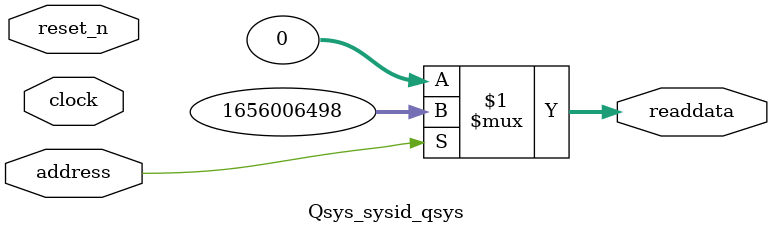
<source format=v>



// synthesis translate_off
`timescale 1ns / 1ps
// synthesis translate_on

// turn off superfluous verilog processor warnings 
// altera message_level Level1 
// altera message_off 10034 10035 10036 10037 10230 10240 10030 

module Qsys_sysid_qsys (
               // inputs:
                address,
                clock,
                reset_n,

               // outputs:
                readdata
             )
;

  output  [ 31: 0] readdata;
  input            address;
  input            clock;
  input            reset_n;

  wire    [ 31: 0] readdata;
  //control_slave, which is an e_avalon_slave
  assign readdata = address ? 1656006498 : 0;

endmodule



</source>
